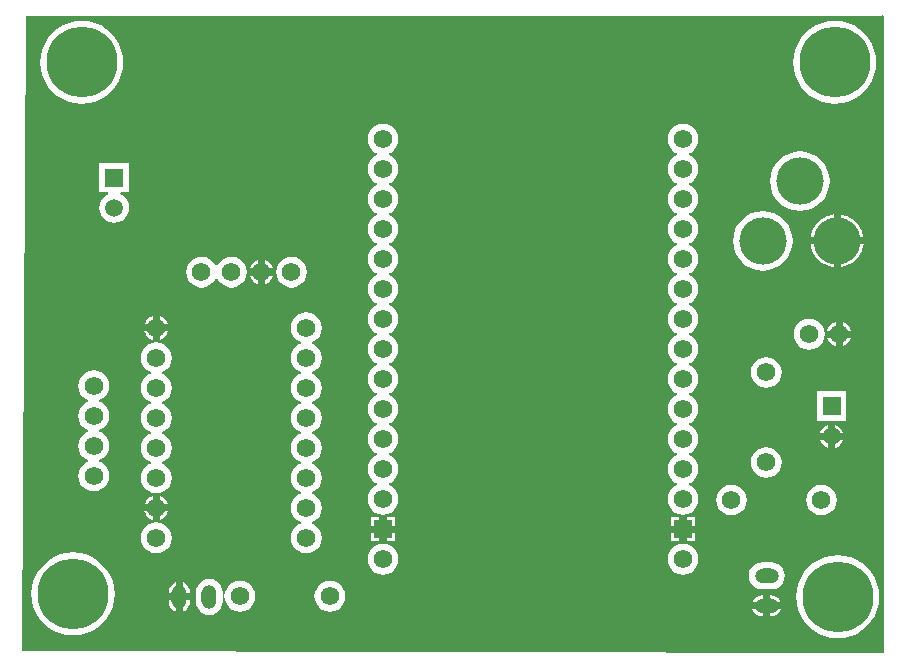
<source format=gtl>
G04 Layer_Physical_Order=1*
G04 Layer_Color=255*
%FSLAX24Y24*%
%MOIN*%
G70*
G01*
G75*
%ADD10C,0.0620*%
%ADD11C,0.0620*%
%ADD12O,0.0500X0.0800*%
%ADD13O,0.0800X0.0500*%
%ADD14R,0.0591X0.0591*%
%ADD15C,0.0591*%
%ADD16R,0.0620X0.0620*%
%ADD17C,0.1575*%
%ADD18C,0.2362*%
G36*
X14490Y33383D02*
X14490Y12185D01*
X14454Y12150D01*
X-14210Y12229D01*
X-14245Y12265D01*
X-14088Y33369D01*
X14411Y33369D01*
X14443Y33402D01*
X14490Y33383D01*
D02*
G37*
%LPC*%
G36*
X-2315Y16689D02*
X-2605D01*
Y16399D01*
X-2315D01*
Y16689D01*
D02*
G37*
G36*
X8215Y16159D02*
X7925D01*
Y15869D01*
X8215D01*
Y16159D01*
D02*
G37*
G36*
X7685Y16689D02*
X7395D01*
Y16399D01*
X7685D01*
Y16689D01*
D02*
G37*
G36*
X-1785D02*
X-2075D01*
Y16399D01*
X-1785D01*
Y16689D01*
D02*
G37*
G36*
X-2315Y16159D02*
X-2605D01*
Y15869D01*
X-2315D01*
Y16159D01*
D02*
G37*
G36*
X-4754Y23506D02*
X-4888Y23488D01*
X-5012Y23437D01*
X-5118Y23355D01*
X-5200Y23248D01*
X-5251Y23124D01*
X-5269Y22991D01*
X-5251Y22858D01*
X-5200Y22734D01*
X-5118Y22627D01*
X-5012Y22546D01*
X-4946Y22518D01*
Y22464D01*
X-5012Y22437D01*
X-5118Y22355D01*
X-5200Y22248D01*
X-5251Y22124D01*
X-5269Y21991D01*
X-5251Y21858D01*
X-5200Y21734D01*
X-5118Y21627D01*
X-5012Y21546D01*
X-4946Y21518D01*
Y21464D01*
X-5012Y21437D01*
X-5118Y21355D01*
X-5200Y21248D01*
X-5251Y21124D01*
X-5269Y20991D01*
X-5251Y20858D01*
X-5200Y20734D01*
X-5118Y20627D01*
X-5012Y20546D01*
X-4946Y20518D01*
Y20464D01*
X-5012Y20437D01*
X-5118Y20355D01*
X-5200Y20248D01*
X-5251Y20124D01*
X-5269Y19991D01*
X-5251Y19858D01*
X-5200Y19734D01*
X-5118Y19627D01*
X-5012Y19546D01*
X-4946Y19518D01*
Y19464D01*
X-5012Y19437D01*
X-5118Y19355D01*
X-5200Y19248D01*
X-5251Y19124D01*
X-5269Y18991D01*
X-5251Y18858D01*
X-5200Y18734D01*
X-5118Y18627D01*
X-5012Y18546D01*
X-4946Y18518D01*
Y18464D01*
X-5012Y18437D01*
X-5118Y18355D01*
X-5200Y18248D01*
X-5251Y18124D01*
X-5269Y17991D01*
X-5251Y17858D01*
X-5200Y17734D01*
X-5118Y17627D01*
X-5012Y17546D01*
X-4946Y17518D01*
Y17464D01*
X-5012Y17437D01*
X-5118Y17355D01*
X-5200Y17248D01*
X-5251Y17124D01*
X-5269Y16991D01*
X-5251Y16858D01*
X-5200Y16734D01*
X-5118Y16627D01*
X-5012Y16546D01*
X-4946Y16518D01*
Y16464D01*
X-5012Y16437D01*
X-5118Y16355D01*
X-5200Y16248D01*
X-5251Y16124D01*
X-5269Y15991D01*
X-5251Y15858D01*
X-5200Y15734D01*
X-5118Y15627D01*
X-5012Y15546D01*
X-4888Y15494D01*
X-4754Y15477D01*
X-4621Y15494D01*
X-4497Y15546D01*
X-4391Y15627D01*
X-4309Y15734D01*
X-4258Y15858D01*
X-4240Y15991D01*
X-4258Y16124D01*
X-4309Y16248D01*
X-4391Y16355D01*
X-4497Y16437D01*
X-4563Y16464D01*
Y16518D01*
X-4497Y16546D01*
X-4391Y16627D01*
X-4309Y16734D01*
X-4258Y16858D01*
X-4240Y16991D01*
X-4258Y17124D01*
X-4309Y17248D01*
X-4391Y17355D01*
X-4497Y17437D01*
X-4563Y17464D01*
Y17518D01*
X-4497Y17546D01*
X-4391Y17627D01*
X-4309Y17734D01*
X-4258Y17858D01*
X-4240Y17991D01*
X-4258Y18124D01*
X-4309Y18248D01*
X-4391Y18355D01*
X-4497Y18437D01*
X-4563Y18464D01*
Y18518D01*
X-4497Y18546D01*
X-4391Y18627D01*
X-4309Y18734D01*
X-4258Y18858D01*
X-4240Y18991D01*
X-4258Y19124D01*
X-4309Y19248D01*
X-4391Y19355D01*
X-4497Y19437D01*
X-4563Y19464D01*
Y19518D01*
X-4497Y19546D01*
X-4391Y19627D01*
X-4309Y19734D01*
X-4258Y19858D01*
X-4240Y19991D01*
X-4258Y20124D01*
X-4309Y20248D01*
X-4391Y20355D01*
X-4497Y20437D01*
X-4563Y20464D01*
Y20518D01*
X-4497Y20546D01*
X-4391Y20627D01*
X-4309Y20734D01*
X-4258Y20858D01*
X-4240Y20991D01*
X-4258Y21124D01*
X-4309Y21248D01*
X-4391Y21355D01*
X-4497Y21437D01*
X-4563Y21464D01*
Y21518D01*
X-4497Y21546D01*
X-4391Y21627D01*
X-4309Y21734D01*
X-4258Y21858D01*
X-4240Y21991D01*
X-4258Y22124D01*
X-4309Y22248D01*
X-4391Y22355D01*
X-4497Y22437D01*
X-4563Y22464D01*
Y22518D01*
X-4497Y22546D01*
X-4391Y22627D01*
X-4309Y22734D01*
X-4258Y22858D01*
X-4240Y22991D01*
X-4258Y23124D01*
X-4309Y23248D01*
X-4391Y23355D01*
X-4497Y23437D01*
X-4621Y23488D01*
X-4754Y23506D01*
D02*
G37*
G36*
X7685Y16159D02*
X7395D01*
Y15869D01*
X7685D01*
Y16159D01*
D02*
G37*
G36*
X-1785D02*
X-2075D01*
Y15869D01*
X-1785D01*
Y16159D01*
D02*
G37*
G36*
X-2195Y29793D02*
X-2329Y29775D01*
X-2453Y29724D01*
X-2559Y29642D01*
X-2641Y29536D01*
X-2692Y29412D01*
X-2710Y29279D01*
X-2692Y29145D01*
X-2641Y29021D01*
X-2559Y28915D01*
X-2453Y28833D01*
X-2386Y28806D01*
Y28752D01*
X-2453Y28724D01*
X-2559Y28642D01*
X-2641Y28536D01*
X-2692Y28412D01*
X-2710Y28279D01*
X-2692Y28145D01*
X-2641Y28021D01*
X-2559Y27915D01*
X-2453Y27833D01*
X-2386Y27806D01*
Y27752D01*
X-2453Y27724D01*
X-2559Y27642D01*
X-2641Y27536D01*
X-2692Y27412D01*
X-2710Y27279D01*
X-2692Y27145D01*
X-2641Y27021D01*
X-2559Y26915D01*
X-2453Y26833D01*
X-2386Y26806D01*
Y26752D01*
X-2453Y26724D01*
X-2559Y26642D01*
X-2641Y26536D01*
X-2692Y26412D01*
X-2710Y26279D01*
X-2692Y26145D01*
X-2641Y26021D01*
X-2559Y25915D01*
X-2453Y25833D01*
X-2386Y25806D01*
Y25752D01*
X-2453Y25724D01*
X-2559Y25642D01*
X-2641Y25536D01*
X-2692Y25412D01*
X-2710Y25279D01*
X-2692Y25145D01*
X-2641Y25021D01*
X-2559Y24915D01*
X-2453Y24833D01*
X-2386Y24806D01*
Y24752D01*
X-2453Y24724D01*
X-2559Y24642D01*
X-2641Y24536D01*
X-2692Y24412D01*
X-2710Y24279D01*
X-2692Y24145D01*
X-2641Y24021D01*
X-2559Y23915D01*
X-2453Y23833D01*
X-2386Y23806D01*
Y23752D01*
X-2453Y23724D01*
X-2559Y23642D01*
X-2641Y23536D01*
X-2692Y23412D01*
X-2710Y23279D01*
X-2692Y23145D01*
X-2641Y23021D01*
X-2559Y22915D01*
X-2453Y22833D01*
X-2386Y22806D01*
Y22752D01*
X-2453Y22724D01*
X-2559Y22642D01*
X-2641Y22536D01*
X-2692Y22412D01*
X-2710Y22279D01*
X-2692Y22145D01*
X-2641Y22021D01*
X-2559Y21915D01*
X-2453Y21833D01*
X-2386Y21806D01*
Y21752D01*
X-2453Y21724D01*
X-2559Y21642D01*
X-2641Y21536D01*
X-2692Y21412D01*
X-2710Y21279D01*
X-2692Y21145D01*
X-2641Y21021D01*
X-2559Y20915D01*
X-2453Y20833D01*
X-2386Y20806D01*
Y20752D01*
X-2453Y20724D01*
X-2559Y20642D01*
X-2641Y20536D01*
X-2692Y20412D01*
X-2710Y20279D01*
X-2692Y20145D01*
X-2641Y20021D01*
X-2559Y19915D01*
X-2453Y19833D01*
X-2386Y19806D01*
Y19752D01*
X-2453Y19724D01*
X-2559Y19642D01*
X-2641Y19536D01*
X-2692Y19412D01*
X-2710Y19279D01*
X-2692Y19145D01*
X-2641Y19021D01*
X-2559Y18915D01*
X-2453Y18833D01*
X-2386Y18806D01*
Y18752D01*
X-2453Y18724D01*
X-2559Y18642D01*
X-2641Y18536D01*
X-2692Y18412D01*
X-2710Y18279D01*
X-2692Y18145D01*
X-2641Y18021D01*
X-2559Y17915D01*
X-2453Y17833D01*
X-2386Y17806D01*
Y17752D01*
X-2453Y17724D01*
X-2559Y17642D01*
X-2641Y17536D01*
X-2692Y17412D01*
X-2710Y17279D01*
X-2692Y17145D01*
X-2641Y17021D01*
X-2559Y16915D01*
X-2453Y16833D01*
X-2329Y16782D01*
X-2195Y16764D01*
X-2062Y16782D01*
X-1938Y16833D01*
X-1832Y16915D01*
X-1750Y17021D01*
X-1699Y17145D01*
X-1681Y17279D01*
X-1699Y17412D01*
X-1750Y17536D01*
X-1832Y17642D01*
X-1938Y17724D01*
X-2004Y17752D01*
Y17806D01*
X-1938Y17833D01*
X-1832Y17915D01*
X-1750Y18021D01*
X-1699Y18145D01*
X-1681Y18279D01*
X-1699Y18412D01*
X-1750Y18536D01*
X-1832Y18642D01*
X-1938Y18724D01*
X-2004Y18752D01*
Y18806D01*
X-1938Y18833D01*
X-1832Y18915D01*
X-1750Y19021D01*
X-1699Y19145D01*
X-1681Y19279D01*
X-1699Y19412D01*
X-1750Y19536D01*
X-1832Y19642D01*
X-1938Y19724D01*
X-2004Y19752D01*
Y19806D01*
X-1938Y19833D01*
X-1832Y19915D01*
X-1750Y20021D01*
X-1699Y20145D01*
X-1681Y20279D01*
X-1699Y20412D01*
X-1750Y20536D01*
X-1832Y20642D01*
X-1938Y20724D01*
X-2004Y20752D01*
Y20806D01*
X-1938Y20833D01*
X-1832Y20915D01*
X-1750Y21021D01*
X-1699Y21145D01*
X-1681Y21279D01*
X-1699Y21412D01*
X-1750Y21536D01*
X-1832Y21642D01*
X-1938Y21724D01*
X-2004Y21752D01*
Y21806D01*
X-1938Y21833D01*
X-1832Y21915D01*
X-1750Y22021D01*
X-1699Y22145D01*
X-1681Y22279D01*
X-1699Y22412D01*
X-1750Y22536D01*
X-1832Y22642D01*
X-1938Y22724D01*
X-2004Y22752D01*
Y22806D01*
X-1938Y22833D01*
X-1832Y22915D01*
X-1750Y23021D01*
X-1699Y23145D01*
X-1681Y23279D01*
X-1699Y23412D01*
X-1750Y23536D01*
X-1832Y23642D01*
X-1938Y23724D01*
X-2004Y23752D01*
Y23806D01*
X-1938Y23833D01*
X-1832Y23915D01*
X-1750Y24021D01*
X-1699Y24145D01*
X-1681Y24279D01*
X-1699Y24412D01*
X-1750Y24536D01*
X-1832Y24642D01*
X-1938Y24724D01*
X-2004Y24752D01*
Y24806D01*
X-1938Y24833D01*
X-1832Y24915D01*
X-1750Y25021D01*
X-1699Y25145D01*
X-1681Y25279D01*
X-1699Y25412D01*
X-1750Y25536D01*
X-1832Y25642D01*
X-1938Y25724D01*
X-2004Y25752D01*
Y25806D01*
X-1938Y25833D01*
X-1832Y25915D01*
X-1750Y26021D01*
X-1699Y26145D01*
X-1681Y26279D01*
X-1699Y26412D01*
X-1750Y26536D01*
X-1832Y26642D01*
X-1938Y26724D01*
X-2004Y26752D01*
Y26806D01*
X-1938Y26833D01*
X-1832Y26915D01*
X-1750Y27021D01*
X-1699Y27145D01*
X-1681Y27279D01*
X-1699Y27412D01*
X-1750Y27536D01*
X-1832Y27642D01*
X-1938Y27724D01*
X-2004Y27752D01*
Y27806D01*
X-1938Y27833D01*
X-1832Y27915D01*
X-1750Y28021D01*
X-1699Y28145D01*
X-1681Y28279D01*
X-1699Y28412D01*
X-1750Y28536D01*
X-1832Y28642D01*
X-1938Y28724D01*
X-2004Y28752D01*
Y28806D01*
X-1938Y28833D01*
X-1832Y28915D01*
X-1750Y29021D01*
X-1699Y29145D01*
X-1681Y29279D01*
X-1699Y29412D01*
X-1750Y29536D01*
X-1832Y29642D01*
X-1938Y29724D01*
X-2062Y29775D01*
X-2195Y29793D01*
D02*
G37*
G36*
X12419Y17765D02*
X12286Y17748D01*
X12162Y17696D01*
X12055Y17614D01*
X11973Y17508D01*
X11922Y17384D01*
X11904Y17251D01*
X11922Y17118D01*
X11973Y16994D01*
X12055Y16887D01*
X12162Y16805D01*
X12286Y16754D01*
X12419Y16736D01*
X12552Y16754D01*
X12676Y16805D01*
X12782Y16887D01*
X12864Y16994D01*
X12916Y17118D01*
X12933Y17251D01*
X12916Y17384D01*
X12864Y17508D01*
X12782Y17614D01*
X12676Y17696D01*
X12552Y17748D01*
X12419Y17765D01*
D02*
G37*
G36*
X-9874Y17385D02*
X-9961Y17349D01*
X-10047Y17284D01*
X-10113Y17198D01*
X-10149Y17111D01*
X-9874D01*
Y17385D01*
D02*
G37*
G36*
X7805Y29793D02*
X7671Y29775D01*
X7547Y29724D01*
X7441Y29642D01*
X7359Y29536D01*
X7308Y29412D01*
X7290Y29279D01*
X7308Y29145D01*
X7359Y29021D01*
X7441Y28915D01*
X7547Y28833D01*
X7614Y28806D01*
Y28752D01*
X7547Y28724D01*
X7441Y28642D01*
X7359Y28536D01*
X7308Y28412D01*
X7290Y28279D01*
X7308Y28145D01*
X7359Y28021D01*
X7441Y27915D01*
X7547Y27833D01*
X7614Y27806D01*
Y27752D01*
X7547Y27724D01*
X7441Y27642D01*
X7359Y27536D01*
X7308Y27412D01*
X7290Y27279D01*
X7308Y27145D01*
X7359Y27021D01*
X7441Y26915D01*
X7547Y26833D01*
X7614Y26806D01*
Y26752D01*
X7547Y26724D01*
X7441Y26642D01*
X7359Y26536D01*
X7308Y26412D01*
X7290Y26279D01*
X7308Y26145D01*
X7359Y26021D01*
X7441Y25915D01*
X7547Y25833D01*
X7614Y25806D01*
Y25752D01*
X7547Y25724D01*
X7441Y25642D01*
X7359Y25536D01*
X7308Y25412D01*
X7290Y25279D01*
X7308Y25145D01*
X7359Y25021D01*
X7441Y24915D01*
X7547Y24833D01*
X7614Y24806D01*
Y24752D01*
X7547Y24724D01*
X7441Y24642D01*
X7359Y24536D01*
X7308Y24412D01*
X7290Y24279D01*
X7308Y24145D01*
X7359Y24021D01*
X7441Y23915D01*
X7547Y23833D01*
X7614Y23806D01*
Y23752D01*
X7547Y23724D01*
X7441Y23642D01*
X7359Y23536D01*
X7308Y23412D01*
X7290Y23279D01*
X7308Y23145D01*
X7359Y23021D01*
X7441Y22915D01*
X7547Y22833D01*
X7614Y22806D01*
Y22752D01*
X7547Y22724D01*
X7441Y22642D01*
X7359Y22536D01*
X7308Y22412D01*
X7290Y22279D01*
X7308Y22145D01*
X7359Y22021D01*
X7441Y21915D01*
X7547Y21833D01*
X7614Y21806D01*
Y21752D01*
X7547Y21724D01*
X7441Y21642D01*
X7359Y21536D01*
X7308Y21412D01*
X7290Y21279D01*
X7308Y21145D01*
X7359Y21021D01*
X7441Y20915D01*
X7547Y20833D01*
X7614Y20806D01*
Y20752D01*
X7547Y20724D01*
X7441Y20642D01*
X7359Y20536D01*
X7308Y20412D01*
X7290Y20279D01*
X7308Y20145D01*
X7359Y20021D01*
X7441Y19915D01*
X7547Y19833D01*
X7614Y19806D01*
Y19752D01*
X7547Y19724D01*
X7441Y19642D01*
X7359Y19536D01*
X7308Y19412D01*
X7290Y19279D01*
X7308Y19145D01*
X7359Y19021D01*
X7441Y18915D01*
X7547Y18833D01*
X7614Y18806D01*
Y18752D01*
X7547Y18724D01*
X7441Y18642D01*
X7359Y18536D01*
X7308Y18412D01*
X7290Y18279D01*
X7308Y18145D01*
X7359Y18021D01*
X7441Y17915D01*
X7547Y17833D01*
X7614Y17806D01*
Y17752D01*
X7547Y17724D01*
X7441Y17642D01*
X7359Y17536D01*
X7308Y17412D01*
X7290Y17279D01*
X7308Y17145D01*
X7359Y17021D01*
X7441Y16915D01*
X7547Y16833D01*
X7671Y16782D01*
X7805Y16764D01*
X7938Y16782D01*
X8062Y16833D01*
X8168Y16915D01*
X8250Y17021D01*
X8301Y17145D01*
X8319Y17279D01*
X8301Y17412D01*
X8250Y17536D01*
X8168Y17642D01*
X8062Y17724D01*
X7996Y17752D01*
Y17806D01*
X8062Y17833D01*
X8168Y17915D01*
X8250Y18021D01*
X8301Y18145D01*
X8319Y18279D01*
X8301Y18412D01*
X8250Y18536D01*
X8168Y18642D01*
X8062Y18724D01*
X7996Y18752D01*
Y18806D01*
X8062Y18833D01*
X8168Y18915D01*
X8250Y19021D01*
X8301Y19145D01*
X8319Y19279D01*
X8301Y19412D01*
X8250Y19536D01*
X8168Y19642D01*
X8062Y19724D01*
X7996Y19752D01*
Y19806D01*
X8062Y19833D01*
X8168Y19915D01*
X8250Y20021D01*
X8301Y20145D01*
X8319Y20279D01*
X8301Y20412D01*
X8250Y20536D01*
X8168Y20642D01*
X8062Y20724D01*
X7996Y20752D01*
Y20806D01*
X8062Y20833D01*
X8168Y20915D01*
X8250Y21021D01*
X8301Y21145D01*
X8319Y21279D01*
X8301Y21412D01*
X8250Y21536D01*
X8168Y21642D01*
X8062Y21724D01*
X7996Y21752D01*
Y21806D01*
X8062Y21833D01*
X8168Y21915D01*
X8250Y22021D01*
X8301Y22145D01*
X8319Y22279D01*
X8301Y22412D01*
X8250Y22536D01*
X8168Y22642D01*
X8062Y22724D01*
X7996Y22752D01*
Y22806D01*
X8062Y22833D01*
X8168Y22915D01*
X8250Y23021D01*
X8301Y23145D01*
X8319Y23279D01*
X8301Y23412D01*
X8250Y23536D01*
X8168Y23642D01*
X8062Y23724D01*
X7996Y23752D01*
Y23806D01*
X8062Y23833D01*
X8168Y23915D01*
X8250Y24021D01*
X8301Y24145D01*
X8319Y24279D01*
X8301Y24412D01*
X8250Y24536D01*
X8168Y24642D01*
X8062Y24724D01*
X7996Y24752D01*
Y24806D01*
X8062Y24833D01*
X8168Y24915D01*
X8250Y25021D01*
X8301Y25145D01*
X8319Y25279D01*
X8301Y25412D01*
X8250Y25536D01*
X8168Y25642D01*
X8062Y25724D01*
X7996Y25752D01*
Y25806D01*
X8062Y25833D01*
X8168Y25915D01*
X8250Y26021D01*
X8301Y26145D01*
X8319Y26279D01*
X8301Y26412D01*
X8250Y26536D01*
X8168Y26642D01*
X8062Y26724D01*
X7996Y26752D01*
Y26806D01*
X8062Y26833D01*
X8168Y26915D01*
X8250Y27021D01*
X8301Y27145D01*
X8319Y27279D01*
X8301Y27412D01*
X8250Y27536D01*
X8168Y27642D01*
X8062Y27724D01*
X7996Y27752D01*
Y27806D01*
X8062Y27833D01*
X8168Y27915D01*
X8250Y28021D01*
X8301Y28145D01*
X8319Y28279D01*
X8301Y28412D01*
X8250Y28536D01*
X8168Y28642D01*
X8062Y28724D01*
X7996Y28752D01*
Y28806D01*
X8062Y28833D01*
X8168Y28915D01*
X8250Y29021D01*
X8301Y29145D01*
X8319Y29279D01*
X8301Y29412D01*
X8250Y29536D01*
X8168Y29642D01*
X8062Y29724D01*
X7938Y29775D01*
X7805Y29793D01*
D02*
G37*
G36*
X-9874Y16871D02*
X-10149D01*
X-10113Y16784D01*
X-10047Y16699D01*
X-9961Y16633D01*
X-9874Y16597D01*
Y16871D01*
D02*
G37*
G36*
X8215Y16689D02*
X7925D01*
Y16399D01*
X8215D01*
Y16689D01*
D02*
G37*
G36*
X9419Y17765D02*
X9286Y17748D01*
X9162Y17696D01*
X9055Y17614D01*
X8973Y17508D01*
X8922Y17384D01*
X8904Y17251D01*
X8922Y17118D01*
X8973Y16994D01*
X9055Y16887D01*
X9162Y16805D01*
X9286Y16754D01*
X9419Y16736D01*
X9552Y16754D01*
X9676Y16805D01*
X9782Y16887D01*
X9864Y16994D01*
X9916Y17118D01*
X9933Y17251D01*
X9916Y17384D01*
X9864Y17508D01*
X9782Y17614D01*
X9676Y17696D01*
X9552Y17748D01*
X9419Y17765D01*
D02*
G37*
G36*
X-9360Y16871D02*
X-9634D01*
Y16597D01*
X-9548Y16633D01*
X-9462Y16699D01*
X-9396Y16784D01*
X-9360Y16871D01*
D02*
G37*
G36*
X-9754Y16506D02*
X-9888Y16488D01*
X-10012Y16437D01*
X-10118Y16355D01*
X-10200Y16248D01*
X-10251Y16124D01*
X-10269Y15991D01*
X-10251Y15858D01*
X-10200Y15734D01*
X-10118Y15627D01*
X-10012Y15546D01*
X-9888Y15494D01*
X-9754Y15477D01*
X-9621Y15494D01*
X-9497Y15546D01*
X-9391Y15627D01*
X-9309Y15734D01*
X-9258Y15858D01*
X-9240Y15991D01*
X-9258Y16124D01*
X-9309Y16248D01*
X-9391Y16355D01*
X-9497Y16437D01*
X-9621Y16488D01*
X-9754Y16506D01*
D02*
G37*
G36*
X-6967Y14557D02*
X-7100Y14540D01*
X-7224Y14488D01*
X-7331Y14406D01*
X-7413Y14300D01*
X-7464Y14176D01*
X-7481Y14043D01*
X-7464Y13910D01*
X-7413Y13785D01*
X-7331Y13679D01*
X-7224Y13597D01*
X-7100Y13546D01*
X-6967Y13528D01*
X-6834Y13546D01*
X-6710Y13597D01*
X-6603Y13679D01*
X-6522Y13785D01*
X-6470Y13910D01*
X-6453Y14043D01*
X-6470Y14176D01*
X-6522Y14300D01*
X-6603Y14406D01*
X-6710Y14488D01*
X-6834Y14540D01*
X-6967Y14557D01*
D02*
G37*
G36*
X-7987Y14627D02*
X-8104Y14611D01*
X-8214Y14566D01*
X-8308Y14494D01*
X-8380Y14400D01*
X-8425Y14290D01*
X-8441Y14173D01*
Y13873D01*
X-8425Y13755D01*
X-8380Y13646D01*
X-8308Y13552D01*
X-8214Y13480D01*
X-8104Y13434D01*
X-7987Y13419D01*
X-7869Y13434D01*
X-7760Y13480D01*
X-7666Y13552D01*
X-7594Y13646D01*
X-7548Y13755D01*
X-7533Y13873D01*
Y14173D01*
X-7548Y14290D01*
X-7594Y14400D01*
X-7666Y14494D01*
X-7760Y14566D01*
X-7869Y14611D01*
X-7987Y14627D01*
D02*
G37*
G36*
X-9107Y13903D02*
X-9340D01*
Y13873D01*
X-9328Y13781D01*
X-9293Y13696D01*
X-9236Y13623D01*
X-9163Y13567D01*
X-9107Y13544D01*
Y13903D01*
D02*
G37*
G36*
X-3967Y14557D02*
X-4100Y14540D01*
X-4224Y14488D01*
X-4331Y14406D01*
X-4413Y14300D01*
X-4464Y14176D01*
X-4481Y14043D01*
X-4464Y13910D01*
X-4413Y13785D01*
X-4331Y13679D01*
X-4224Y13597D01*
X-4100Y13546D01*
X-3967Y13528D01*
X-3834Y13546D01*
X-3710Y13597D01*
X-3603Y13679D01*
X-3522Y13785D01*
X-3470Y13910D01*
X-3453Y14043D01*
X-3470Y14176D01*
X-3522Y14300D01*
X-3603Y14406D01*
X-3710Y14488D01*
X-3834Y14540D01*
X-3967Y14557D01*
D02*
G37*
G36*
X-12530Y15506D02*
X-12747Y15489D01*
X-12958Y15439D01*
X-13159Y15355D01*
X-13344Y15242D01*
X-13510Y15101D01*
X-13651Y14935D01*
X-13764Y14750D01*
X-13848Y14549D01*
X-13898Y14338D01*
X-13915Y14121D01*
X-13898Y13904D01*
X-13848Y13693D01*
X-13764Y13492D01*
X-13651Y13307D01*
X-13510Y13141D01*
X-13344Y13000D01*
X-13159Y12887D01*
X-12958Y12804D01*
X-12747Y12753D01*
X-12530Y12736D01*
X-12313Y12753D01*
X-12102Y12804D01*
X-11901Y12887D01*
X-11716Y13000D01*
X-11550Y13141D01*
X-11409Y13307D01*
X-11296Y13492D01*
X-11213Y13693D01*
X-11162Y13904D01*
X-11145Y14121D01*
X-11162Y14338D01*
X-11213Y14549D01*
X-11296Y14750D01*
X-11409Y14935D01*
X-11550Y15101D01*
X-11716Y15242D01*
X-11901Y15355D01*
X-12102Y15439D01*
X-12313Y15489D01*
X-12530Y15506D01*
D02*
G37*
G36*
X12962Y15408D02*
X12745Y15391D01*
X12534Y15340D01*
X12333Y15257D01*
X12148Y15143D01*
X11982Y15002D01*
X11841Y14837D01*
X11728Y14652D01*
X11644Y14451D01*
X11594Y14239D01*
X11577Y14023D01*
X11594Y13806D01*
X11644Y13595D01*
X11728Y13394D01*
X11841Y13208D01*
X11982Y13043D01*
X12148Y12902D01*
X12333Y12788D01*
X12534Y12705D01*
X12745Y12654D01*
X12962Y12637D01*
X13179Y12654D01*
X13390Y12705D01*
X13591Y12788D01*
X13776Y12902D01*
X13942Y13043D01*
X14083Y13208D01*
X14196Y13394D01*
X14280Y13595D01*
X14330Y13806D01*
X14347Y14023D01*
X14330Y14239D01*
X14280Y14451D01*
X14196Y14652D01*
X14083Y14837D01*
X13942Y15002D01*
X13776Y15143D01*
X13591Y15257D01*
X13390Y15340D01*
X13179Y15391D01*
X12962Y15408D01*
D02*
G37*
G36*
X11071Y13603D02*
X10712D01*
Y13370D01*
X10742D01*
X10833Y13382D01*
X10918Y13418D01*
X10992Y13474D01*
X11048Y13547D01*
X11071Y13603D01*
D02*
G37*
G36*
X10472D02*
X10113D01*
X10136Y13547D01*
X10192Y13474D01*
X10265Y13418D01*
X10351Y13382D01*
X10442Y13370D01*
X10472D01*
Y13603D01*
D02*
G37*
G36*
X10742Y15177D02*
X10442D01*
X10324Y15162D01*
X10215Y15117D01*
X10121Y15044D01*
X10049Y14950D01*
X10004Y14841D01*
X9988Y14723D01*
X10004Y14606D01*
X10049Y14497D01*
X10121Y14403D01*
X10215Y14330D01*
X10324Y14285D01*
X10442Y14270D01*
X10742D01*
X10859Y14285D01*
X10969Y14330D01*
X11063Y14403D01*
X11135Y14497D01*
X11180Y14606D01*
X11196Y14723D01*
X11180Y14841D01*
X11135Y14950D01*
X11063Y15044D01*
X10969Y15117D01*
X10859Y15162D01*
X10742Y15177D01*
D02*
G37*
G36*
X-8867Y14502D02*
Y14143D01*
X-8634D01*
Y14173D01*
X-8646Y14264D01*
X-8681Y14349D01*
X-8737Y14422D01*
X-8810Y14478D01*
X-8867Y14502D01*
D02*
G37*
G36*
X7805Y15793D02*
X7671Y15775D01*
X7547Y15724D01*
X7441Y15642D01*
X7359Y15536D01*
X7308Y15412D01*
X7290Y15279D01*
X7308Y15145D01*
X7359Y15021D01*
X7441Y14915D01*
X7547Y14833D01*
X7671Y14782D01*
X7805Y14764D01*
X7938Y14782D01*
X8062Y14833D01*
X8168Y14915D01*
X8250Y15021D01*
X8301Y15145D01*
X8319Y15279D01*
X8301Y15412D01*
X8250Y15536D01*
X8168Y15642D01*
X8062Y15724D01*
X7938Y15775D01*
X7805Y15793D01*
D02*
G37*
G36*
X-2195D02*
X-2329Y15775D01*
X-2453Y15724D01*
X-2559Y15642D01*
X-2641Y15536D01*
X-2692Y15412D01*
X-2710Y15279D01*
X-2692Y15145D01*
X-2641Y15021D01*
X-2559Y14915D01*
X-2453Y14833D01*
X-2329Y14782D01*
X-2195Y14764D01*
X-2062Y14782D01*
X-1938Y14833D01*
X-1832Y14915D01*
X-1750Y15021D01*
X-1699Y15145D01*
X-1681Y15279D01*
X-1699Y15412D01*
X-1750Y15536D01*
X-1832Y15642D01*
X-1938Y15724D01*
X-2062Y15775D01*
X-2195Y15793D01*
D02*
G37*
G36*
X10472Y14076D02*
X10442D01*
X10351Y14064D01*
X10265Y14029D01*
X10192Y13973D01*
X10136Y13900D01*
X10113Y13843D01*
X10472D01*
Y14076D01*
D02*
G37*
G36*
X-8634Y13903D02*
X-8867D01*
Y13544D01*
X-8810Y13567D01*
X-8737Y13623D01*
X-8681Y13696D01*
X-8646Y13781D01*
X-8634Y13873D01*
Y13903D01*
D02*
G37*
G36*
X-9107Y14502D02*
X-9163Y14478D01*
X-9236Y14422D01*
X-9293Y14349D01*
X-9328Y14264D01*
X-9340Y14173D01*
Y14143D01*
X-9107D01*
Y14502D01*
D02*
G37*
G36*
X10742Y14076D02*
X10712D01*
Y13843D01*
X11071D01*
X11048Y13900D01*
X10992Y13973D01*
X10918Y14029D01*
X10833Y14064D01*
X10742Y14076D01*
D02*
G37*
G36*
X10462Y26885D02*
X10268Y26866D01*
X10082Y26809D01*
X9911Y26718D01*
X9760Y26594D01*
X9637Y26444D01*
X9545Y26272D01*
X9489Y26086D01*
X9470Y25893D01*
X9489Y25699D01*
X9545Y25513D01*
X9637Y25342D01*
X9760Y25191D01*
X9911Y25068D01*
X10082Y24976D01*
X10268Y24920D01*
X10462Y24901D01*
X10656Y24920D01*
X10842Y24976D01*
X11013Y25068D01*
X11164Y25191D01*
X11287Y25342D01*
X11379Y25513D01*
X11435Y25699D01*
X11454Y25893D01*
X11435Y26086D01*
X11379Y26272D01*
X11287Y26444D01*
X11164Y26594D01*
X11013Y26718D01*
X10842Y26809D01*
X10656Y26866D01*
X10462Y26885D01*
D02*
G37*
G36*
X-5853Y24729D02*
X-6127D01*
Y24455D01*
X-6040Y24491D01*
X-5954Y24557D01*
X-5888Y24643D01*
X-5853Y24729D01*
D02*
G37*
G36*
X-6127Y25244D02*
Y24969D01*
X-5853D01*
X-5888Y25056D01*
X-5954Y25142D01*
X-6040Y25208D01*
X-6127Y25244D01*
D02*
G37*
G36*
X-6367D02*
X-6453Y25208D01*
X-6539Y25142D01*
X-6605Y25056D01*
X-6641Y24969D01*
X-6367D01*
Y25244D01*
D02*
G37*
G36*
X-9634Y23385D02*
Y23111D01*
X-9360D01*
X-9396Y23198D01*
X-9462Y23284D01*
X-9548Y23349D01*
X-9634Y23385D01*
D02*
G37*
G36*
X-9874D02*
X-9961Y23349D01*
X-10047Y23284D01*
X-10113Y23198D01*
X-10149Y23111D01*
X-9874D01*
Y23385D01*
D02*
G37*
G36*
X-6367Y24729D02*
X-6641D01*
X-6605Y24643D01*
X-6539Y24557D01*
X-6453Y24491D01*
X-6367Y24455D01*
Y24729D01*
D02*
G37*
G36*
X-5247Y25364D02*
X-5380Y25346D01*
X-5504Y25295D01*
X-5610Y25213D01*
X-5692Y25107D01*
X-5744Y24983D01*
X-5761Y24849D01*
X-5744Y24716D01*
X-5692Y24592D01*
X-5610Y24486D01*
X-5504Y24404D01*
X-5380Y24353D01*
X-5247Y24335D01*
X-5113Y24353D01*
X-4989Y24404D01*
X-4883Y24486D01*
X-4801Y24592D01*
X-4750Y24716D01*
X-4732Y24849D01*
X-4750Y24983D01*
X-4801Y25107D01*
X-4883Y25213D01*
X-4989Y25295D01*
X-5113Y25346D01*
X-5247Y25364D01*
D02*
G37*
G36*
X12822Y25773D02*
X12062D01*
X12068Y25719D01*
X12119Y25552D01*
X12201Y25397D01*
X12312Y25262D01*
X12447Y25151D01*
X12601Y25069D01*
X12768Y25018D01*
X12822Y25013D01*
Y25773D01*
D02*
G37*
G36*
X11702Y28869D02*
X11509Y28850D01*
X11323Y28794D01*
X11151Y28702D01*
X11001Y28579D01*
X10877Y28428D01*
X10786Y28257D01*
X10729Y28071D01*
X10710Y27877D01*
X10729Y27683D01*
X10786Y27497D01*
X10877Y27326D01*
X11001Y27175D01*
X11151Y27052D01*
X11323Y26960D01*
X11509Y26904D01*
X11702Y26885D01*
X11896Y26904D01*
X12082Y26960D01*
X12253Y27052D01*
X12404Y27175D01*
X12527Y27326D01*
X12619Y27497D01*
X12675Y27683D01*
X12694Y27877D01*
X12675Y28071D01*
X12619Y28257D01*
X12527Y28428D01*
X12404Y28579D01*
X12253Y28702D01*
X12082Y28794D01*
X11896Y28850D01*
X11702Y28869D01*
D02*
G37*
G36*
X-10657Y28494D02*
X-11647D01*
Y27504D01*
X-11358D01*
X-11349Y27454D01*
X-11402Y27432D01*
X-11505Y27352D01*
X-11585Y27249D01*
X-11635Y27128D01*
X-11652Y26999D01*
X-11635Y26870D01*
X-11585Y26749D01*
X-11505Y26646D01*
X-11402Y26566D01*
X-11281Y26517D01*
X-11152Y26500D01*
X-11023Y26517D01*
X-10902Y26566D01*
X-10799Y26646D01*
X-10719Y26749D01*
X-10670Y26870D01*
X-10653Y26999D01*
X-10670Y27128D01*
X-10719Y27249D01*
X-10799Y27352D01*
X-10902Y27432D01*
X-10956Y27454D01*
X-10946Y27504D01*
X-10657D01*
Y28494D01*
D02*
G37*
G36*
X12864Y33223D02*
X12647Y33206D01*
X12436Y33155D01*
X12235Y33072D01*
X12049Y32958D01*
X11884Y32817D01*
X11743Y32652D01*
X11629Y32467D01*
X11546Y32266D01*
X11495Y32054D01*
X11478Y31838D01*
X11495Y31621D01*
X11546Y31410D01*
X11629Y31209D01*
X11743Y31023D01*
X11884Y30858D01*
X12049Y30717D01*
X12235Y30603D01*
X12436Y30520D01*
X12647Y30469D01*
X12864Y30452D01*
X13080Y30469D01*
X13292Y30520D01*
X13493Y30603D01*
X13678Y30717D01*
X13843Y30858D01*
X13984Y31023D01*
X14098Y31209D01*
X14181Y31410D01*
X14232Y31621D01*
X14249Y31838D01*
X14232Y32054D01*
X14181Y32266D01*
X14098Y32467D01*
X13984Y32652D01*
X13843Y32817D01*
X13678Y32958D01*
X13493Y33072D01*
X13292Y33155D01*
X13080Y33206D01*
X12864Y33223D01*
D02*
G37*
G36*
X-12235Y33223D02*
X-12452Y33206D01*
X-12663Y33155D01*
X-12864Y33072D01*
X-13049Y32958D01*
X-13214Y32817D01*
X-13356Y32652D01*
X-13469Y32467D01*
X-13552Y32266D01*
X-13603Y32054D01*
X-13620Y31838D01*
X-13603Y31621D01*
X-13552Y31410D01*
X-13469Y31209D01*
X-13356Y31023D01*
X-13214Y30858D01*
X-13049Y30717D01*
X-12864Y30603D01*
X-12663Y30520D01*
X-12452Y30469D01*
X-12235Y30452D01*
X-12018Y30469D01*
X-11807Y30520D01*
X-11606Y30603D01*
X-11421Y30717D01*
X-11255Y30858D01*
X-11114Y31023D01*
X-11000Y31209D01*
X-10917Y31410D01*
X-10866Y31621D01*
X-10849Y31838D01*
X-10866Y32054D01*
X-10917Y32266D01*
X-11000Y32467D01*
X-11114Y32652D01*
X-11255Y32817D01*
X-11421Y32958D01*
X-11606Y33072D01*
X-11807Y33155D01*
X-12018Y33206D01*
X-12235Y33223D01*
D02*
G37*
G36*
X-7247Y25364D02*
X-7380Y25346D01*
X-7504Y25295D01*
X-7610Y25213D01*
X-7692Y25107D01*
X-7720Y25040D01*
X-7774D01*
X-7801Y25107D01*
X-7883Y25213D01*
X-7989Y25295D01*
X-8113Y25346D01*
X-8247Y25364D01*
X-8380Y25346D01*
X-8504Y25295D01*
X-8610Y25213D01*
X-8692Y25107D01*
X-8744Y24983D01*
X-8761Y24849D01*
X-8744Y24716D01*
X-8692Y24592D01*
X-8610Y24486D01*
X-8504Y24404D01*
X-8380Y24353D01*
X-8247Y24335D01*
X-8113Y24353D01*
X-7989Y24404D01*
X-7883Y24486D01*
X-7801Y24592D01*
X-7774Y24658D01*
X-7720D01*
X-7692Y24592D01*
X-7610Y24486D01*
X-7504Y24404D01*
X-7380Y24353D01*
X-7247Y24335D01*
X-7113Y24353D01*
X-6989Y24404D01*
X-6883Y24486D01*
X-6801Y24592D01*
X-6750Y24716D01*
X-6732Y24849D01*
X-6750Y24983D01*
X-6801Y25107D01*
X-6883Y25213D01*
X-6989Y25295D01*
X-7113Y25346D01*
X-7247Y25364D01*
D02*
G37*
G36*
X13822Y25773D02*
X13062D01*
Y25013D01*
X13116Y25018D01*
X13284Y25069D01*
X13438Y25151D01*
X13573Y25262D01*
X13684Y25397D01*
X13766Y25552D01*
X13817Y25719D01*
X13822Y25773D01*
D02*
G37*
G36*
X13062Y26773D02*
Y26013D01*
X13822D01*
X13817Y26067D01*
X13766Y26234D01*
X13684Y26388D01*
X13573Y26523D01*
X13438Y26634D01*
X13284Y26717D01*
X13116Y26767D01*
X13062Y26773D01*
D02*
G37*
G36*
X12822D02*
X12768Y26767D01*
X12601Y26717D01*
X12447Y26634D01*
X12312Y26523D01*
X12201Y26388D01*
X12119Y26234D01*
X12068Y26067D01*
X12062Y26013D01*
X12822D01*
Y26773D01*
D02*
G37*
G36*
X13135Y19257D02*
X12877D01*
Y18999D01*
X12957Y19032D01*
X13039Y19095D01*
X13103Y19178D01*
X13135Y19257D01*
D02*
G37*
G36*
X12637D02*
X12379D01*
X12412Y19178D01*
X12475Y19095D01*
X12558Y19032D01*
X12637Y18999D01*
Y19257D01*
D02*
G37*
G36*
X12877Y19755D02*
Y19497D01*
X13135D01*
X13103Y19576D01*
X13039Y19659D01*
X12957Y19722D01*
X12877Y19755D01*
D02*
G37*
G36*
X12637D02*
X12558Y19722D01*
X12475Y19659D01*
X12412Y19576D01*
X12379Y19497D01*
X12637D01*
Y19755D01*
D02*
G37*
G36*
X-9754Y22506D02*
X-9888Y22488D01*
X-10012Y22437D01*
X-10118Y22355D01*
X-10200Y22248D01*
X-10251Y22124D01*
X-10269Y21991D01*
X-10251Y21858D01*
X-10200Y21734D01*
X-10118Y21627D01*
X-10012Y21546D01*
X-9946Y21518D01*
Y21464D01*
X-10012Y21437D01*
X-10118Y21355D01*
X-10200Y21248D01*
X-10251Y21124D01*
X-10269Y20991D01*
X-10251Y20858D01*
X-10200Y20734D01*
X-10118Y20627D01*
X-10012Y20546D01*
X-9946Y20518D01*
Y20464D01*
X-10012Y20437D01*
X-10118Y20355D01*
X-10200Y20248D01*
X-10251Y20124D01*
X-10269Y19991D01*
X-10251Y19858D01*
X-10200Y19734D01*
X-10118Y19627D01*
X-10012Y19546D01*
X-9946Y19518D01*
Y19464D01*
X-10012Y19437D01*
X-10118Y19355D01*
X-10200Y19248D01*
X-10251Y19124D01*
X-10269Y18991D01*
X-10251Y18858D01*
X-10200Y18734D01*
X-10118Y18627D01*
X-10012Y18546D01*
X-9946Y18518D01*
Y18464D01*
X-10012Y18437D01*
X-10118Y18355D01*
X-10200Y18248D01*
X-10251Y18124D01*
X-10269Y17991D01*
X-10251Y17858D01*
X-10200Y17734D01*
X-10118Y17627D01*
X-10012Y17546D01*
X-9888Y17494D01*
X-9754Y17477D01*
X-9621Y17494D01*
X-9497Y17546D01*
X-9391Y17627D01*
X-9309Y17734D01*
X-9258Y17858D01*
X-9240Y17991D01*
X-9258Y18124D01*
X-9309Y18248D01*
X-9391Y18355D01*
X-9497Y18437D01*
X-9563Y18464D01*
Y18518D01*
X-9497Y18546D01*
X-9391Y18627D01*
X-9309Y18734D01*
X-9258Y18858D01*
X-9240Y18991D01*
X-9258Y19124D01*
X-9309Y19248D01*
X-9391Y19355D01*
X-9497Y19437D01*
X-9563Y19464D01*
Y19518D01*
X-9497Y19546D01*
X-9391Y19627D01*
X-9309Y19734D01*
X-9258Y19858D01*
X-9240Y19991D01*
X-9258Y20124D01*
X-9309Y20248D01*
X-9391Y20355D01*
X-9497Y20437D01*
X-9563Y20464D01*
Y20518D01*
X-9497Y20546D01*
X-9391Y20627D01*
X-9309Y20734D01*
X-9258Y20858D01*
X-9240Y20991D01*
X-9258Y21124D01*
X-9309Y21248D01*
X-9391Y21355D01*
X-9497Y21437D01*
X-9563Y21464D01*
Y21518D01*
X-9497Y21546D01*
X-9391Y21627D01*
X-9309Y21734D01*
X-9258Y21858D01*
X-9240Y21991D01*
X-9258Y22124D01*
X-9309Y22248D01*
X-9391Y22355D01*
X-9497Y22437D01*
X-9621Y22488D01*
X-9754Y22506D01*
D02*
G37*
G36*
X-9634Y17385D02*
Y17111D01*
X-9360D01*
X-9396Y17198D01*
X-9462Y17284D01*
X-9548Y17349D01*
X-9634Y17385D01*
D02*
G37*
G36*
X10580Y19017D02*
X10447Y19000D01*
X10323Y18948D01*
X10216Y18867D01*
X10134Y18760D01*
X10083Y18636D01*
X10065Y18503D01*
X10083Y18370D01*
X10134Y18246D01*
X10216Y18139D01*
X10323Y18058D01*
X10447Y18006D01*
X10580Y17989D01*
X10713Y18006D01*
X10837Y18058D01*
X10944Y18139D01*
X11025Y18246D01*
X11077Y18370D01*
X11094Y18503D01*
X11077Y18636D01*
X11025Y18760D01*
X10944Y18867D01*
X10837Y18948D01*
X10713Y19000D01*
X10580Y19017D01*
D02*
G37*
G36*
X-11841Y21573D02*
X-11974Y21555D01*
X-12098Y21504D01*
X-12205Y21422D01*
X-12287Y21315D01*
X-12338Y21191D01*
X-12356Y21058D01*
X-12338Y20925D01*
X-12287Y20801D01*
X-12205Y20694D01*
X-12098Y20613D01*
X-12032Y20585D01*
Y20531D01*
X-12098Y20504D01*
X-12205Y20422D01*
X-12287Y20315D01*
X-12338Y20191D01*
X-12356Y20058D01*
X-12338Y19925D01*
X-12287Y19801D01*
X-12205Y19694D01*
X-12098Y19613D01*
X-12032Y19585D01*
Y19531D01*
X-12098Y19504D01*
X-12205Y19422D01*
X-12287Y19315D01*
X-12338Y19191D01*
X-12356Y19058D01*
X-12338Y18925D01*
X-12287Y18801D01*
X-12205Y18694D01*
X-12098Y18613D01*
X-12032Y18585D01*
Y18531D01*
X-12098Y18504D01*
X-12205Y18422D01*
X-12287Y18315D01*
X-12338Y18191D01*
X-12356Y18058D01*
X-12338Y17925D01*
X-12287Y17801D01*
X-12205Y17694D01*
X-12098Y17613D01*
X-11974Y17561D01*
X-11841Y17544D01*
X-11708Y17561D01*
X-11584Y17613D01*
X-11477Y17694D01*
X-11396Y17801D01*
X-11344Y17925D01*
X-11327Y18058D01*
X-11344Y18191D01*
X-11396Y18315D01*
X-11477Y18422D01*
X-11584Y18504D01*
X-11650Y18531D01*
Y18585D01*
X-11584Y18613D01*
X-11477Y18694D01*
X-11396Y18801D01*
X-11344Y18925D01*
X-11327Y19058D01*
X-11344Y19191D01*
X-11396Y19315D01*
X-11477Y19422D01*
X-11584Y19504D01*
X-11650Y19531D01*
Y19585D01*
X-11584Y19613D01*
X-11477Y19694D01*
X-11396Y19801D01*
X-11344Y19925D01*
X-11327Y20058D01*
X-11344Y20191D01*
X-11396Y20315D01*
X-11477Y20422D01*
X-11584Y20504D01*
X-11650Y20531D01*
Y20585D01*
X-11584Y20613D01*
X-11477Y20694D01*
X-11396Y20801D01*
X-11344Y20925D01*
X-11327Y21058D01*
X-11344Y21191D01*
X-11396Y21315D01*
X-11477Y21422D01*
X-11584Y21504D01*
X-11708Y21555D01*
X-11841Y21573D01*
D02*
G37*
G36*
X13253Y20872D02*
X12262D01*
Y19882D01*
X13253D01*
Y20872D01*
D02*
G37*
G36*
X-9360Y22871D02*
X-9634D01*
Y22597D01*
X-9548Y22633D01*
X-9462Y22699D01*
X-9396Y22784D01*
X-9360Y22871D01*
D02*
G37*
G36*
X-9874D02*
X-10149D01*
X-10113Y22784D01*
X-10047Y22699D01*
X-9961Y22633D01*
X-9874Y22597D01*
Y22871D01*
D02*
G37*
G36*
X13129Y23173D02*
Y22899D01*
X13403D01*
X13367Y22985D01*
X13302Y23071D01*
X13216Y23137D01*
X13129Y23173D01*
D02*
G37*
G36*
X12889D02*
X12803Y23137D01*
X12717Y23071D01*
X12651Y22985D01*
X12615Y22899D01*
X12889D01*
Y23173D01*
D02*
G37*
G36*
X12009Y23293D02*
X11876Y23275D01*
X11752Y23224D01*
X11646Y23142D01*
X11564Y23036D01*
X11512Y22912D01*
X11495Y22779D01*
X11512Y22645D01*
X11564Y22521D01*
X11646Y22415D01*
X11752Y22333D01*
X11876Y22282D01*
X12009Y22264D01*
X12142Y22282D01*
X12266Y22333D01*
X12373Y22415D01*
X12455Y22521D01*
X12506Y22645D01*
X12524Y22779D01*
X12506Y22912D01*
X12455Y23036D01*
X12373Y23142D01*
X12266Y23224D01*
X12142Y23275D01*
X12009Y23293D01*
D02*
G37*
G36*
X10580Y22017D02*
X10447Y22000D01*
X10323Y21948D01*
X10216Y21867D01*
X10134Y21760D01*
X10083Y21636D01*
X10065Y21503D01*
X10083Y21370D01*
X10134Y21246D01*
X10216Y21139D01*
X10323Y21058D01*
X10447Y21006D01*
X10580Y20989D01*
X10713Y21006D01*
X10837Y21058D01*
X10944Y21139D01*
X11025Y21246D01*
X11077Y21370D01*
X11094Y21503D01*
X11077Y21636D01*
X11025Y21760D01*
X10944Y21867D01*
X10837Y21948D01*
X10713Y22000D01*
X10580Y22017D01*
D02*
G37*
G36*
X13403Y22659D02*
X13129D01*
Y22385D01*
X13216Y22420D01*
X13302Y22486D01*
X13367Y22572D01*
X13403Y22659D01*
D02*
G37*
G36*
X12889D02*
X12615D01*
X12651Y22572D01*
X12717Y22486D01*
X12803Y22420D01*
X12889Y22385D01*
Y22659D01*
D02*
G37*
%LPD*%
G54D10*
X12419Y17251D02*
D03*
X9419D02*
D03*
X12009Y22779D02*
D03*
X13009D02*
D03*
X10580Y18503D02*
D03*
Y21503D02*
D03*
X-6967Y14043D02*
D03*
X-3967D02*
D03*
G54D11*
X-11841Y18058D02*
D03*
Y19058D02*
D03*
Y20058D02*
D03*
Y21058D02*
D03*
X-2195Y29279D02*
D03*
Y28279D02*
D03*
Y27279D02*
D03*
Y26279D02*
D03*
Y25279D02*
D03*
Y24279D02*
D03*
Y23279D02*
D03*
Y22279D02*
D03*
Y21279D02*
D03*
Y20279D02*
D03*
Y19279D02*
D03*
Y18279D02*
D03*
Y17279D02*
D03*
Y15279D02*
D03*
X7805D02*
D03*
Y17279D02*
D03*
Y18279D02*
D03*
Y19279D02*
D03*
Y20279D02*
D03*
Y21279D02*
D03*
Y22279D02*
D03*
Y23279D02*
D03*
Y24279D02*
D03*
Y25279D02*
D03*
Y26279D02*
D03*
Y27279D02*
D03*
Y28279D02*
D03*
Y29279D02*
D03*
X-9754Y15991D02*
D03*
Y16991D02*
D03*
Y17991D02*
D03*
Y18991D02*
D03*
Y19991D02*
D03*
Y20991D02*
D03*
Y21991D02*
D03*
Y22991D02*
D03*
X-4754D02*
D03*
Y21991D02*
D03*
Y20991D02*
D03*
Y19991D02*
D03*
Y18991D02*
D03*
Y17991D02*
D03*
Y16991D02*
D03*
Y15991D02*
D03*
X-8247Y24849D02*
D03*
X-7247D02*
D03*
X-6247D02*
D03*
X-5247D02*
D03*
G54D12*
X-8987Y14023D02*
D03*
X-7987D02*
D03*
G54D13*
X10592Y13723D02*
D03*
Y14723D02*
D03*
G54D14*
X-11152Y27999D02*
D03*
X12757Y20377D02*
D03*
G54D15*
X-11152Y26999D02*
D03*
X12757Y19377D02*
D03*
G54D16*
X7805Y16279D02*
D03*
X-2195D02*
D03*
G54D17*
X12942Y25893D02*
D03*
X10462D02*
D03*
X11702Y27877D02*
D03*
G54D18*
X-12235Y31838D02*
D03*
X-12530Y14121D02*
D03*
X12962Y14023D02*
D03*
X12864Y31838D02*
D03*
M02*

</source>
